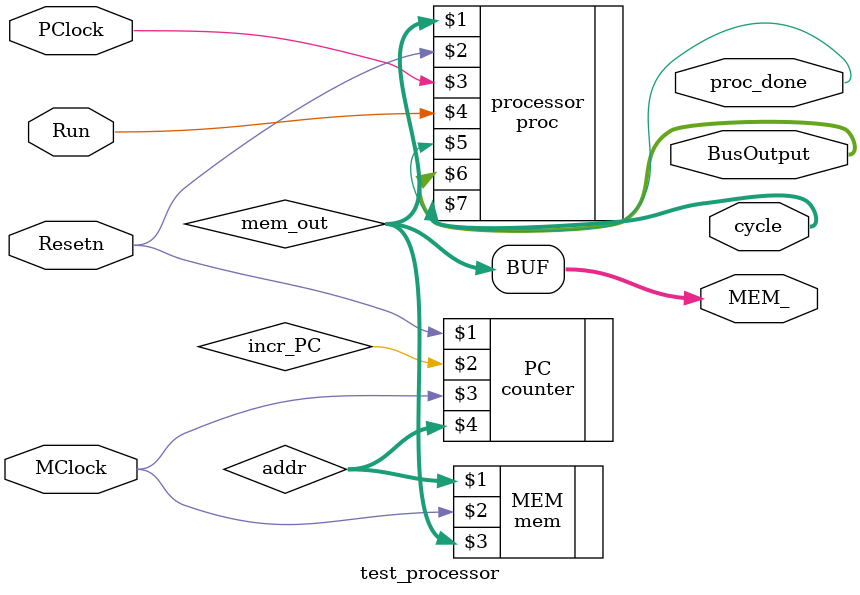
<source format=v>
module test_processor (Resetn, PClock, MClock, Run, proc_done, BusOutput, MEM_, cycle);
	input Resetn, PClock, MClock, Run;
	output proc_done;
	output [15 : 0] BusOutput;

	wire [4 : 0] addr;
	wire [15 : 0] mem_out;
	output [15 : 0] MEM_;
	output [1 : 0] cycle;
	reg proc_run;
	assign MEM_ = mem_out;
	wire incr_PC;
	// assign incr_PC = ;
	/************************* CPU *******************************/
	proc processor (mem_out, Resetn, PClock, Run, proc_done, BusOutput, cycle);
	/************************* MEMory ****************************/
	mem MEM (addr, MClock, mem_out);
	/********************** Program Counter **********************/
	counter PC (Resetn, incr_PC, MClock, addr);

	/*************************************************************/
	/*
	So dumb we don't need clock synchronization here
	*/
endmodule

</source>
